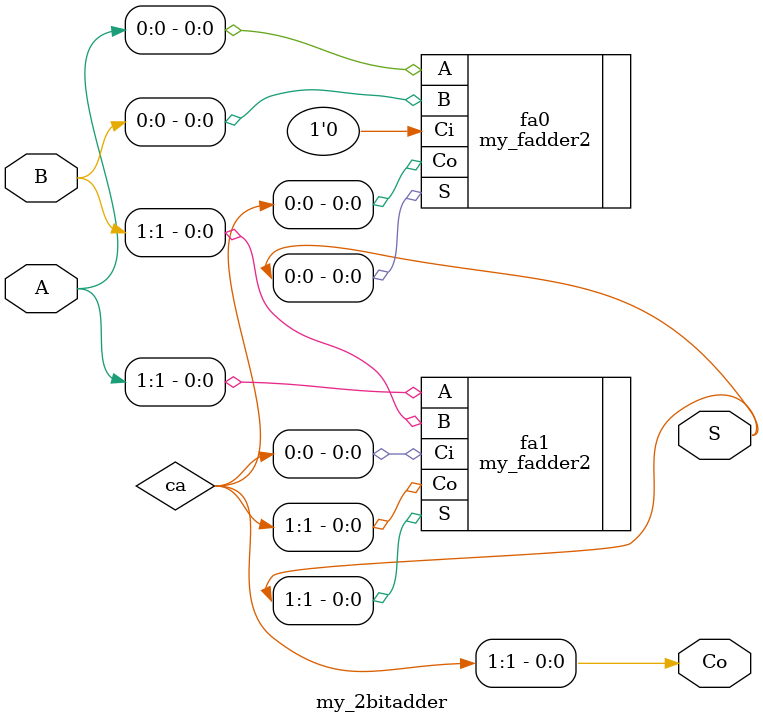
<source format=v>
`timescale 1ns / 1ps

//½ºÀ§Ä¡°¡ 4°³¶ó  2bit adder ¸¸µç°ÅÀÓ
module my_2bitadder(
    input [1:0] A,
    input [1:0] B,
    output [1:0] S,
    output Co
    );
    

    wire [1:0] ca;
    //[1:0]ca ¶ó´Â °¡»óÀÇ ÀÌ¸§À» Á¤ÀÇ  
    
    assign Co=ca[1];
    // ca[1]¿¡ Co¸¦ ¹èÁ¤
    
    my_fadder2 fa0 (.A(A[0]), .B(B[0]), .Ci(1'b0), .S(S[0]), .Co(ca[0]));
    //Ci(1'b0): Ci¿¡ 1bit ¹ÙÀÌ³Ê¸®(ÀÌÁø¼ö)0À» ÀÌ¾î¶ó
    my_fadder2 fa1 (.A(A[1]), .B(B[1]), .Ci(ca[0]), .S(S[1]), .Co(ca[1]));
    
endmodule

</source>
